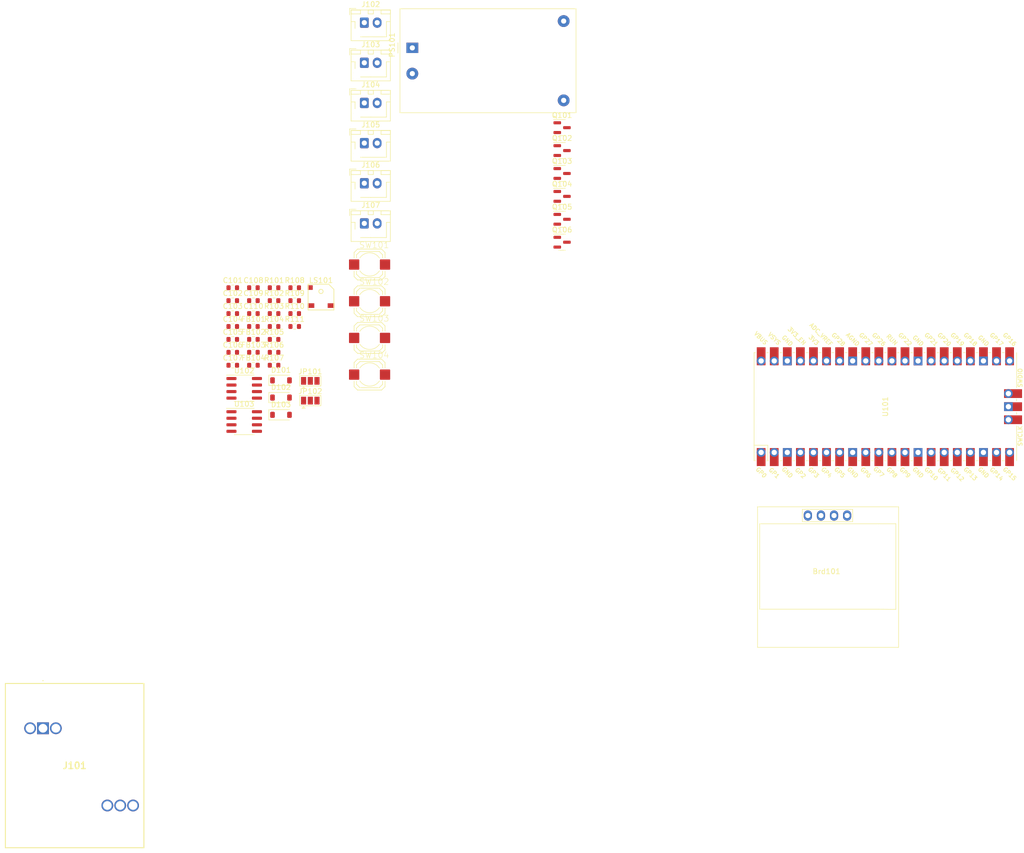
<source format=kicad_pcb>
(kicad_pcb (version 20221018) (generator pcbnew)
  (layers (0 "F.Cu" signal) (31 "B.Cu" signal) (34 "B.Paste" user) (35 "F.Paste" user) (36 "B.SilkS" user "B.Silkscreen") (37 "F.SilkS" user "F.Silkscreen") (38 "B.Mask" user) (39 "F.Mask" user) (44 "Edge.Cuts" user))
  (net 0 "")
  (net 1 "SCREEN_SDA")
  (net 2 "SCREEN_SCL")
  (net 3 "GND")
  (net 4 "+3.3V")
  (net 5 "+5V")
  (net 6 "/TC0+")
  (net 7 "/TC0-")
  (net 8 "/TC1+")
  (net 9 "/TC1-")
  (net 10 "FAN0B")
  (net 11 "FAN1B")
  (net 12 "SPKB")
  (net 13 "/T0+")
  (net 14 "/T1+")
  (net 15 "/T0-")
  (net 16 "/T1-")
  (net 17 "Net-(PS101-AC{slash}L)")
  (net 18 "Net-(PS101-AC{slash}N)")
  (net 19 "SSR0B")
  (net 20 "SSR1B")
  (net 21 "Net-(JP101-C)")
  (net 22 "Net-(JP102-C)")
  (net 23 "PICO_VBUS")
  (net 24 "PICO_VSYS")
  (net 25 "SSR0")
  (net 26 "FAN0")
  (net 27 "SPK")
  (net 28 "SSR1")
  (net 29 "FAN1")
  (net 30 "BTN0")
  (net 31 "BTN2")
  (net 32 "BTN1")
  (net 33 "BTN3")
  (net 34 "PI_TEMP0_~{CS}")
  (net 35 "PI_TEMP1_~{CS}")
  (net 42 "MAX_SCK")
  (net 44 "MAX_SO")
  (footprint "Resistor_SMD:R_0603_1608Metric" (layer "F.Cu") (at 9.525 54.365)
    (fp_text reference "R101" (at 0 -1.43) (layer "F.SilkS"))
    (fp_text value "10K")
    (pad "1" smd roundrect (at -0.825 0) (size 0.8 0.95) (layers "F.Cu" "F.Paste" "F.Mask") (net 30 "BTN0"))
    (pad "2" smd roundrect (at 0.825 0) (size 0.8 0.95) (layers "F.Cu" "F.Paste" "F.Mask") (net 4 "+3.3V"))
  )
  (footprint "Resistor_SMD:R_0603_1608Metric" (layer "F.Cu") (at 5.515 56.875)
    (fp_text reference "C109" (at 0 -1.43) (layer "F.SilkS"))
    (fp_text value "10nF")
    (pad "1" smd roundrect (at -0.825 0) (size 0.8 0.95) (layers "F.Cu" "F.Paste" "F.Mask") (net 6 "/TC0+"))
    (pad "2" smd roundrect (at 0.825 0) (size 0.8 0.95) (layers "F.Cu" "F.Paste" "F.Mask") (net 7 "/TC0-"))
  )
  (footprint "Connector_JST:JST_XH_B2B-XH-AM_1x02_P2.50mm_Vertical" (layer "F.Cu") (at 27.055 41.875)
    (fp_text reference "J107" (at 1.25 -3.55) (layer "F.SilkS"))
    (fp_text value "Temp1")
    (pad "" np_thru_hole circle (at -1.6 2) (size 1.2 1.2) (drill 1.2) (layers "*.Cu" "*.Mask"))
    (pad "1" thru_hole roundrect (at 0 0) (size 1.7 2) (drill 1) (layers "*.Cu" "*.Mask") (roundrect_rratio 0.147059) (net 16 "/T1-"))
    (pad "2" thru_hole oval (at 2.5 0) (size 1.7 2) (drill 1) (layers "*.Cu" "*.Mask") (net 14 "/T1+"))
  )
  (footprint "Library:PassiveBuzzerSMD_JiangsuHuaneng_MLT-5030" (layer "F.Cu") (at 18.64 56.185)
    (fp_text reference "LS101" (at 0 -3.25) (layer "F.SilkS"))
    (fp_text value "Speaker")
    (pad "" smd rect (at -2.1 -1.85) (size 1 0.9) (layers "F.Cu" "F.Paste" "F.Mask"))
    (pad "1" smd rect (at -1.95 1.65) (size 1.3 0.9) (layers "F.Cu" "F.Paste" "F.Mask") (net 4 "+3.3V"))
    (pad "2" smd rect (at 1.95 1.65) (size 1.3 0.9) (layers "F.Cu" "F.Paste" "F.Mask") (net 12 "SPKB"))
  )
  (footprint "Package_TO_SOT_SMD:SOT-23" (layer "F.Cu") (at 65.475 23.275)
    (fp_text reference "Q101" (at 0 -2.4) (layer "F.SilkS"))
    (fp_text value "Q_PMOS_GSD")
    (pad "1" smd roundrect (at -0.9375 -0.95) (size 1.475 0.6) (layers "F.Cu" "F.Paste" "F.Mask") (net 23 "PICO_VBUS"))
    (pad "2" smd roundrect (at -0.9375 0.95) (size 1.475 0.6) (layers "F.Cu" "F.Paste" "F.Mask") (net 24 "PICO_VSYS"))
    (pad "3" smd roundrect (at 0.9375 0) (size 1.475 0.6) (layers "F.Cu" "F.Paste" "F.Mask") (net 5 "+5V"))
  )
  (footprint "Resistor_SMD:R_0603_1608Metric" (layer "F.Cu") (at 1.505 56.875)
    (fp_text reference "C102" (at 0 -1.43) (layer "F.SilkS"))
    (fp_text value "10uF")
    (pad "1" smd roundrect (at -0.825 0) (size 0.8 0.95) (layers "F.Cu" "F.Paste" "F.Mask") (net 4 "+3.3V"))
    (pad "2" smd roundrect (at 0.825 0) (size 0.8 0.95) (layers "F.Cu" "F.Paste" "F.Mask") (net 3 "GND"))
  )
  (footprint "MCU_RaspberryPi_and_Boards:RPi_Pico_SMD_TH" (layer "F.Cu") (at 128.27 77.47 90)
    (fp_text reference "U101" (at 0 0 90) (layer "F.SilkS"))
    (fp_text value "Pico")
    (fp_text user "GND" (at -12.8 -19.05 135) (layer "F.SilkS") (effects (font (size 0.8 0.8))))
    (fp_text user "GP10" (at -13.054 8.89 135) (layer "F.SilkS") (effects (font (size 0.8 0.8))))
    (fp_text user "GP0" (at -12.8 -24.13 135) (layer "F.SilkS") (effects (font (size 0.8 0.8))))
    (fp_text user "RUN" (at 13 1.27 135) (layer "F.SilkS") (effects (font (size 0.8 0.8))))
    (fp_text user "ADC_VREF" (at 14 -12.5 135) (layer "F.SilkS") (effects (font (size 0.8 0.8))))
    (fp_text user "GP5" (at -12.8 -8.89 135) (layer "F.SilkS") (effects (font (size 0.8 0.8))))
    (fp_text user "GND" (at 12.8 19.05 135) (layer "F.SilkS") (effects (font (size 0.8 0.8))))
    (fp_text user "SWDIO" (at 5.6 26.2 90) (layer "F.SilkS") (effects (font (size 0.8 0.8))))
    (fp_text user "GP6" (at -12.8 -3.81 135) (layer "F.SilkS") (effects (font (size 0.8 0.8))))
    (fp_text user "GP18" (at 13.054 16.51 135) (layer "F.SilkS") (effects (font (size 0.8 0.8))))
    (fp_text user "GND" (at 12.8 -19.05 135) (layer "F.SilkS") (effects (font (size 0.8 0.8))))
    (fp_text user "GP21" (at 13.054 8.9 135) (layer "F.SilkS") (effects (font (size 0.8 0.8))))
    (fp_text user "GP22" (at 13.054 3.81 135) (layer "F.SilkS") (effects (font (size 0.8 0.8))))
    (fp_text user "GND" (at -12.8 19.05 135) (layer "F.SilkS") (effects (font (size 0.8 0.8))))
    (fp_text user "GP7" (at -12.7 -1.3 135) (layer "F.SilkS") (effects (font (size 0.8 0.8))))
    (fp_text user "GP17" (at 13.054 21.59 135) (layer "F.SilkS") (effects (font (size 0.8 0.8))))
    (fp_text user "GP12" (at -13.2 13.97 135) (layer "F.SilkS") (effects (font (size 0.8 0.8))))
    (fp_text user "GP2" (at -12.9 -16.51 135) (layer "F.SilkS") (effects (font (size 0.8 0.8))))
    (fp_text user "GP27" (at 13.054 -3.8 135) (layer "F.SilkS") (effects (font (size 0.8 0.8))))
    (fp_text user "SWCLK" (at -5.7 26.2 90) (layer "F.SilkS") (effects (font (size 0.8 0.8))))
    (fp_text user "VSYS" (at 13.2 -21.59 135) (layer "F.SilkS") (effects (font (size 0.8 0.8))))
    (fp_text user "GP3" (at -12.8 -13.97 135) (layer "F.SilkS") (effects (font (size 0.8 0.8))))
    (fp_text user "GP19" (at 13.054 13.97 135) (layer "F.SilkS") (effects (font (size 0.8 0.8))))
    (fp_text user "GND" (at -12.8 -6.35 135) (layer "F.SilkS") (effects (font (size 0.8 0.8))))
    (fp_text user "GP4" (at -12.8 -11.43 135) (layer "F.SilkS") (effects (font (size 0.8 0.8))))
    (fp_text user "GND" (at -12.8 6.35 135) (layer "F.SilkS") (effects (font (size 0.8 0.8))))
    (fp_text user "GP15" (at -13.054 24.13 135) (layer "F.SilkS") (effects (font (size 0.8 0.8))))
    (fp_text user "GP9" (at -12.8 3.81 135) (layer "F.SilkS") (effects (font (size 0.8 0.8))))
    (fp_text user "GP26" (at 13.054 -1.27 135) (layer "F.SilkS") (effects (font (size 0.8 0.8))))
    (fp_text user "3V3_EN" (at 13.7 -17.2 135) (layer "F.SilkS") (effects (font (size 0.8 0.8))))
    (fp_text user "GP16" (at 13.054 24.13 135) (layer "F.SilkS") (effects (font (size 0.8 0.8))))
    (fp_text user "GP28" (at 13.054 -9.144 135) (layer "F.SilkS") (effects (font (size 0.8 0.8))))
    (fp_text user "AGND" (at 13.054 -6.35 135) (layer "F.SilkS") (effects (font (size 0.8 0.8))))
    (fp_text user "GP11" (at -13.2 11.43 135) (layer "F.SilkS") (effects (font (size 0.8 0.8))))
    (fp_text user "GP14" (at -13.1 21.59 135) (layer "F.SilkS") (effects (font (size 0.8 0.8))))
    (fp_text user "VBUS" (at 13.3 -24.2 135) (layer "F.SilkS") (effects (font (size 0.8 0.8))))
    (fp_text user "GP13" (at -13.054 16.51 135) (layer "F.SilkS") (effects (font (size 0.8 0.8))))
    (fp_text user "GP1" (at -12.9 -21.6 135) (layer "F.SilkS") (effects (font (size 0.8 0.8))))
    (fp_text user "GP20" (at 13.054 11.43 135) (layer "F.SilkS") (effects (font (size 0.8 0.8))))
    (fp_text user "GP8" (at -12.8 1.27 135) (layer "F.SilkS") (effects (font (size 0.8 0.8))))
    (fp_text user "GND" (at 12.8 6.35 135) (layer "F.SilkS") (effects (font (size 0.8 0.8))))
    (fp_text user "3V3" (at 12.9 -13.9 135) (layer "F.SilkS") (effects (font (size 0.8 0.8))))
    (pad "" np_thru_hole oval (at -2.725 -24 90) (size 1.8 1.8) (drill 1.8) (layers "*.Cu" "*.Mask"))
    (pad "" np_thru_hole oval (at -2.425 -20.97 90) (size 1.5 1.5) (drill 1.5) (layers "*.Cu" "*.Mask"))
    (pad "" np_thru_hole oval (at 2.425 -20.97 90) (size 1.5 1.5) (drill 1.5) (layers "*.Cu" "*.Mask"))
    (pad "" np_thru_hole oval (at 2.725 -24 90) (size 1.8 1.8) (drill 1.8) (layers "*.Cu" "*.Mask"))
    (pad "1" thru_hole oval (at -8.89 -24.13 90) (size 1.7 1.7) (drill 1.02) (layers "*.Cu" "*.Mask"))
    (pad "1" smd rect (at -8.89 -24.13 90) (size 3.5 1.7) (drill (offset -0.9 0)) (layers "F.Cu" "F.Mask"))
    (pad "2" thru_hole oval (at -8.89 -21.59 90) (size 1.7 1.7) (drill 1.02) (layers "*.Cu" "*.Mask"))
    (pad "2" smd rect (at -8.89 -21.59 90) (size 3.5 1.7) (drill (offset -0.9 0)) (layers "F.Cu" "F.Mask"))
    (pad "3" thru_hole rect (at -8.89 -19.05 90) (size 1.7 1.7) (drill 1.02) (layers "*.Cu" "*.Mask"))
    (pad "3" smd rect (at -8.89 -19.05 90) (size 3.5 1.7) (drill (offset -0.9 0)) (layers "F.Cu" "F.Mask"))
    (pad "4" thru_hole oval (at -8.89 -16.51 90) (size 1.7 1.7) (drill 1.02) (layers "*.Cu" "*.Mask") (net 1 "SCREEN_SDA"))
    (pad "4" smd rect (at -8.89 -16.51 90) (size 3.5 1.7) (drill (offset -0.9 0)) (layers "F.Cu" "F.Mask") (net 1 "SCREEN_SDA"))
    (pad "5" thru_hole oval (at -8.89 -13.97 90) (size 1.7 1.7) (drill 1.02) (layers "*.Cu" "*.Mask") (net 2 "SCREEN_SCL"))
    (pad "5" smd rect (at -8.89 -13.97 90) (size 3.5 1.7) (drill (offset -0.9 0)) (layers "F.Cu" "F.Mask") (net 2 "SCREEN_SCL"))
    (pad "6" thru_hole oval (at -8.89 -11.43 90) (size 1.7 1.7) (drill 1.02) (layers "*.Cu" "*.Mask"))
    (pad "6" smd rect (at -8.89 -11.43 90) (size 3.5 1.7) (drill (offset -0.9 0)) (layers "F.Cu" "F.Mask"))
    (pad "7" thru_hole oval (at -8.89 -8.89 90) (size 1.7 1.7) (drill 1.02) (layers "*.Cu" "*.Mask"))
    (pad "7" smd rect (at -8.89 -8.89 90) (size 3.5 1.7) (drill (offset -0.9 0)) (layers "F.Cu" "F.Mask"))
    (pad "8" thru_hole rect (at -8.89 -6.35 90) (size 1.7 1.7) (drill 1.02) (layers "*.Cu" "*.Mask"))
    (pad "8" smd rect (at -8.89 -6.35 90) (size 3.5 1.7) (drill (offset -0.9 0)) (layers "F.Cu" "F.Mask"))
    (pad "9" thru_hole oval (at -8.89 -3.81 90) (size 1.7 1.7) (drill 1.02) (layers "*.Cu" "*.Mask") (net 42 "MAX_SCK"))
    (pad "9" smd rect (at -8.89 -3.81 90) (size 3.5 1.7) (drill (offset -0.9 0)) (layers "F.Cu" "F.Mask") (net 42 "MAX_SCK"))
    (pad "10" thru_hole oval (at -8.89 -1.27 90) (size 1.7 1.7) (drill 1.02) (layers "*.Cu" "*.Mask"))
    (pad "10" smd rect (at -8.89 -1.27 90) (size 3.5 1.7) (drill (offset -0.9 0)) (layers "F.Cu" "F.Mask"))
    (pad "11" thru_hole oval (at -8.89 1.27 90) (size 1.7 1.7) (drill 1.02) (layers "*.Cu" "*.Mask") (net 44 "MAX_SO"))
    (pad "11" smd rect (at -8.89 1.27 90) (size 3.5 1.7) (drill (offset -0.9 0)) (layers "F.Cu" "F.Mask") (net 44 "MAX_SO"))
    (pad "12" thru_hole oval (at -8.89 3.81 90) (size 1.7 1.7) (drill 1.02) (layers "*.Cu" "*.Mask"))
    (pad "12" smd rect (at -8.89 3.81 90) (size 3.5 1.7) (drill (offset -0.9 0)) (layers "F.Cu" "F.Mask"))
    (pad "13" thru_hole rect (at -8.89 6.35 90) (size 1.7 1.7) (drill 1.02) (layers "*.Cu" "*.Mask"))
    (pad "13" smd rect (at -8.89 6.35 90) (size 3.5 1.7) (drill (offset -0.9 0)) (layers "F.Cu" "F.Mask"))
    (pad "14" thru_hole oval (at -8.89 8.89 90) (size 1.7 1.7) (drill 1.02) (layers "*.Cu" "*.Mask") (net 34 "PI_TEMP0_~{CS}"))
    (pad "14" smd rect (at -8.89 8.89 90) (size 3.5 1.7) (drill (offset -0.9 0)) (layers "F.Cu" "F.Mask") (net 34 "PI_TEMP0_~{CS}"))
    (pad "15" thru_hole oval (at -8.89 11.43 90) (size 1.7 1.7) (drill 1.02) (layers "*.Cu" "*.Mask") (net 35 "PI_TEMP1_~{CS}"))
    (pad "15" smd rect (at -8.89 11.43 90) (size 3.5 1.7) (drill (offset -0.9 0)) (layers "F.Cu" "F.Mask") (net 35 "PI_TEMP1_~{CS}"))
    (pad "16" thru_hole oval (at -8.89 13.97 90) (size 1.7 1.7) (drill 1.02) (layers "*.Cu" "*.Mask") (net 30 "BTN0"))
    (pad "16" smd rect (at -8.89 13.97 90) (size 3.5 1.7) (drill (offset -0.9 0)) (layers "F.Cu" "F.Mask") (net 30 "BTN0"))
    (pad "17" thru_hole oval (at -8.89 16.51 90) (size 1.7 1.7) (drill 1.02) (layers "*.Cu" "*.Mask") (net 32 "BTN1"))
    (pad "17" smd rect (at -8.89 16.51 90) (size 3.5 1.7) (drill (offset -0.9 0)) (layers "F.Cu" "F.Mask") (net 32 "BTN1"))
    (pad "18" thru_hole rect (at -8.89 19.05 90) (size 1.7 1.7) (drill 1.02) (layers "*.Cu" "*.Mask"))
    (pad "18" smd rect (at -8.89 19.05 90) (size 3.5 1.7) (drill (offset -0.9 0)) (layers "F.Cu" "F.Mask"))
    (pad "19" thru_hole oval (at -8.89 21.59 90) (size 1.7 1.7) (drill 1.02) (layers "*.Cu" "*.Mask") (net 31 "BTN2"))
    (pad "19" smd rect (at -8.89 21.59 90) (size 3.5 1.7) (drill (offset -0.9 0)) (layers "F.Cu" "F.Mask") (net 31 "BTN2"))
    (pad "20" thru_hole oval (at -8.89 24.13 90) (size 1.7 1.7) (drill 1.02) (layers "*.Cu" "*.Mask") (net 33 "BTN3"))
    (pad "20" smd rect (at -8.89 24.13 90) (size 3.5 1.7) (drill (offset -0.9 0)) (layers "F.Cu" "F.Mask") (net 33 "BTN3"))
    (pad "21" thru_hole oval (at 8.89 24.13 90) (size 1.7 1.7) (drill 1.02) (layers "*.Cu" "*.Mask") (net 27 "SPK"))
    (pad "21" smd rect (at 8.89 24.13 90) (size 3.5 1.7) (drill (offset 0.9 0)) (layers "F.Cu" "F.Mask") (net 27 "SPK"))
    (pad "22" thru_hole oval (at 8.89 21.59 90) (size 1.7 1.7) (drill 1.02) (layers "*.Cu" "*.Mask"))
    (pad "22" smd rect (at 8.89 21.59 90) (size 3.5 1.7) (drill (offset 0.9 0)) (layers "F.Cu" "F.Mask"))
    (pad "23" thru_hole rect (at 8.89 19.05 90) (size 1.7 1.7) (drill 1.02) (layers "*.Cu" "*.Mask"))
    (pad "23" smd rect (at 8.89 19.05 90) (size 3.5 1.7) (drill (offset 0.9 0)) (layers "F.Cu" "F.Mask"))
    (pad "24" thru_hole oval (at 8.89 16.51 90) (size 1.7 1.7) (drill 1.02) (layers "*.Cu" "*.Mask") (net 25 "SSR0"))
    (pad "24" smd rect (at 8.89 16.51 90) (size 3.5 1.7) (drill (offset 0.9 0)) (layers "F.Cu" "F.Mask") (net 25 "SSR0"))
    (pad "25" thru_hole oval (at 8.89 13.97 90) (size 1.7 1.7) (drill 1.02) (layers "*.Cu" "*.Mask") (net 28 "SSR1"))
    (pad "25" smd rect (at 8.89 13.97 90) (size 3.5 1.7) (drill (offset 0.9 0)) (layers "F.Cu" "F.Mask") (net 28 "SSR1"))
    (pad "26" thru_hole oval (at 8.89 11.43 90) (size 1.7 1.7) (drill 1.02) (layers "*.Cu" "*.Mask") (net 26 "FAN0"))
    (pad "26" smd rect (at 8.89 11.43 90) (size 3.5 1.7) (drill (offset 0.9 0)) (layers "F.Cu" "F.Mask") (net 26 "FAN0"))
    (pad "27" thru_hole oval (at 8.89 8.89 90) (size 1.7 1.7) (drill 1.02) (layers "*.Cu" "*.Mask") (net 29 "FAN1"))
    (pad "27" smd rect (at 8.89 8.89 90) (size 3.5 1.7) (drill (offset 0.9 0)) (layers "F.Cu" "F.Mask") (net 29 "FAN1"))
    (pad "28" thru_hole rect (at 8.89 6.35 90) (size 1.7 1.7) (drill 1.02) (layers "*.Cu" "*.Mask"))
    (pad "28" smd rect (at 8.89 6.35 90) (size 3.5 1.7) (drill (offset 0.9 0)) (layers "F.Cu" "F.Mask"))
    (pad "29" thru_hole oval (at 8.89 3.81 90) (size 1.7 1.7) (drill 1.02) (layers "*.Cu" "*.Mask"))
    (pad "29" smd rect (at 8.89 3.81 90) (size 3.5 1.7) (drill (offset 0.9 0)) (layers "F.Cu" "F.Mask"))
    (pad "30" thru_hole oval (at 8.89 1.27 90) (size 1.7 1.7) (drill 1.02) (layers "*.Cu" "*.Mask"))
    (pad "30" smd rect (at 8.89 1.27 90) (size 3.5 1.7) (drill (offset 0.9 0)) (layers "F.Cu" "F.Mask"))
    (pad "31" thru_hole oval (at 8.89 -1.27 90) (size 1.7 1.7) (drill 1.02) (layers "*.Cu" "*.Mask"))
    (pad "31" smd rect (at 8.89 -1.27 90) (size 3.5 1.7) (drill (offset 0.9 0)) (layers "F.Cu" "F.Mask"))
    (pad "32" thru_hole oval (at 8.89 -3.81 90) (size 1.7 1.7) (drill 1.02) (layers "*.Cu" "*.Mask"))
    (pad "32" smd rect (at 8.89 -3.81 90) (size 3.5 1.7) (drill (offset 0.9 0)) (layers "F.Cu" "F.Mask"))
    (pad "33" thru_hole rect (at 8.89 -6.35 90) (size 1.7 1.7) (drill 1.02) (layers "*.Cu" "*.Mask"))
    (pad "33" smd rect (at 8.89 -6.35 90) (size 3.5 1.7) (drill (offset 0.9 0)) (layers "F.Cu" "F.Mask"))
    (pad "34" thru_hole oval (at 8.89 -8.89 90) (size 1.7 1.7) (drill 1.02) (layers "*.Cu" "*.Mask"))
    (pad "34" smd rect (at 8.89 -8.89 90) (size 3.5 1.7) (drill (offset 0.9 0)) (layers "F.Cu" "F.Mask"))
    (pad "35" thru_hole oval (at 8.89 -11.43 90) (size 1.7 1.7) (drill 1.02) (layers "*.Cu" "*.Mask"))
    (pad "35" smd rect (at 8.89 -11.43 90) (size 3.5 1.7) (drill (offset 0.9 0)) (layers "F.Cu" "F.Mask"))
    (pad "36" thru_hole oval (at 8.89 -13.97 90) (size 1.7 1.7) (drill 1.02) (layers "*.Cu" "*.Mask") (net 4 "+3.3V"))
    (pad "36" smd rect (at 8.89 -13.97 90) (size 3.5 1.7) (drill (offset 0.9 0)) (layers "F.Cu" "F.Mask") (net 4 "+3.3V"))
    (pad "37" thru_hole oval (at 8.89 -16.51 90) (size 1.7 1.7) (drill 1.02) (layers "*.Cu" "*.Mask"))
    (pad "37" smd rect (at 8.89 -16.51 90) (size 3.5 1.7) (drill (offset 0.9 0)) (layers "F.Cu" "F.Mask"))
    (pad "38" thru_hole rect (at 8.89 -19.05 90) (size 1.7 1.7) (drill 1.02) (layers "*.Cu" "*.Mask"))
    (pad "38" smd rect (at 8.89 -19.05 90) (size 3.5 1.7) (drill (offset 0.9 0)) (layers "F.Cu" "F.Mask"))
    (pad "39" thru_hole oval (at 8.89 -21.59 90) (size 1.7 1.7) (drill 1.02) (layers "*.Cu" "*.Mask") (net 24 "PICO_VSYS"))
    (pad "39" smd rect (at 8.89 -21.59 90) (size 3.5 1.7) (drill (offset 0.9 0)) (layers "F.Cu" "F.Mask") (net 24 "PICO_VSYS"))
    (pad "40" thru_hole oval (at 8.89 -24.13 90) (size 1.7 1.7) (drill 1.02) (layers "*.Cu" "*.Mask") (net 23 "PICO_VBUS"))
    (pad "40" smd rect (at 8.89 -24.13 90) (size 3.5 1.7) (drill (offset 0.9 0)) (layers "F.Cu" "F.Mask") (net 23 "PICO_VBUS"))
    (pad "41" thru_hole oval (at -2.54 23.9 90) (size 1.7 1.7) (drill 1.02) (layers "*.Cu" "*.Mask"))
    (pad "41" smd rect (at -2.54 23.9 180) (size 3.5 1.7) (drill (offset -0.9 0)) (layers "F.Cu" "F.Mask"))
    (pad "42" thru_hole rect (at 0 23.9 90) (size 1.7 1.7) (drill 1.02) (layers "*.Cu" "*.Mask"))
    (pad "42" smd rect (at 0 23.9 180) (size 3.5 1.7) (drill (offset -0.9 0)) (layers "F.Cu" "F.Mask"))
    (pad "43" thru_hole oval (at 2.54 23.9 90) (size 1.7 1.7) (drill 1.02) (layers "*.Cu" "*.Mask"))
    (pad "43" smd rect (at 2.54 23.9 180) (size 3.5 1.7) (drill (offset -0.9 0)) (layers "F.Cu" "F.Mask"))
  )
  (footprint "Package_SO:SOIC-8_3.9x4.9mm_P1.27mm" (layer "F.Cu") (at 3.725 73.905)
    (fp_text reference "U102" (at 0 -3.4) (layer "F.SilkS"))
    (fp_text value "MAX31855KASA+T")
    (pad "1" smd roundrect (at -2.475 -1.905) (size 1.95 0.6) (layers "F.Cu" "F.Paste" "F.Mask") (net 3 "GND"))
    (pad "2" smd roundrect (at -2.475 -0.635) (size 1.95 0.6) (layers "F.Cu" "F.Paste" "F.Mask") (net 7 "/TC0-"))
    (pad "3" smd roundrect (at -2.475 0.635) (size 1.95 0.6) (layers "F.Cu" "F.Paste" "F.Mask") (net 6 "/TC0+"))
    (pad "4" smd roundrect (at -2.475 1.905) (size 1.95 0.6) (layers "F.Cu" "F.Paste" "F.Mask") (net 4 "+3.3V"))
    (pad "5" smd roundrect (at 2.475 1.905) (size 1.95 0.6) (layers "F.Cu" "F.Paste" "F.Mask") (net 42 "MAX_SCK"))
    (pad "6" smd roundrect (at 2.475 0.635) (size 1.95 0.6) (layers "F.Cu" "F.Paste" "F.Mask") (net 34 "PI_TEMP0_~{CS}"))
    (pad "7" smd roundrect (at 2.475 -0.635) (size 1.95 0.6) (layers "F.Cu" "F.Paste" "F.Mask") (net 44 "MAX_SO"))
    (pad "8" smd roundrect (at 2.475 -1.905) (size 1.95 0.6) (layers "F.Cu" "F.Paste" "F.Mask"))
  )
  (footprint "Resistor_SMD:R_0603_1608Metric" (layer "F.Cu") (at 5.515 64.405)
    (fp_text reference "FB102" (at 0 -1.43) (layer "F.SilkS"))
    (fp_text value "BLM18PG471")
    (pad "1" smd roundrect (at -0.825 0) (size 0.8 0.95) (layers "F.Cu" "F.Paste" "F.Mask") (net 8 "/TC1+"))
    (pad "2" smd roundrect (at 0.825 0) (size 0.8 0.95) (layers "F.Cu" "F.Paste" "F.Mask") (net 14 "/T1+"))
  )
  (footprint "Resistor_SMD:R_0603_1608Metric" (layer "F.Cu") (at 13.535 61.895)
    (fp_text reference "R111" (at 0 -1.43) (layer "F.SilkS"))
    (fp_text value "10K")
    (pad "1" smd roundrect (at -0.825 0) (size 0.8 0.95) (layers "F.Cu" "F.Paste" "F.Mask") (net 35 "PI_TEMP1_~{CS}"))
    (pad "2" smd roundrect (at 0.825 0) (size 0.8 0.95) (layers "F.Cu" "F.Paste" "F.Mask") (net 4 "+3.3V"))
  )
  (footprint "Resistor_SMD:R_0603_1608Metric" (layer "F.Cu") (at 9.525 61.895)
    (fp_text reference "R104" (at 0 -1.43) (layer "F.SilkS"))
    (fp_text value "10K")
    (pad "1" smd roundrect (at -0.825 0) (size 0.8 0.95) (layers "F.Cu" "F.Paste" "F.Mask") (net 3 "GND"))
    (pad "2" smd roundrect (at 0.825 0) (size 0.8 0.95) (layers "F.Cu" "F.Paste" "F.Mask") (net 26 "FAN0"))
  )
  (footprint "Resistor_SMD:R_0603_1608Metric" (layer "F.Cu") (at 1.505 54.365)
    (fp_text reference "C101" (at 0 -1.43) (layer "F.SilkS"))
    (fp_text value "10uF")
    (pad "1" smd roundrect (at -0.825 0) (size 0.8 0.95) (layers "F.Cu" "F.Paste" "F.Mask") (net 4 "+3.3V"))
    (pad "2" smd roundrect (at 0.825 0) (size 0.8 0.95) (layers "F.Cu" "F.Paste" "F.Mask") (net 3 "GND"))
  )
  (footprint "Package_TO_SOT_SMD:SOT-23" (layer "F.Cu") (at 65.475 36.625)
    (fp_text reference "Q104" (at 0 -2.4) (layer "F.SilkS"))
    (fp_text value "IRLML2502")
    (pad "1" smd roundrect (at -0.9375 -0.95) (size 1.475 0.6) (layers "F.Cu" "F.Paste" "F.Mask") (net 27 "SPK"))
    (pad "2" smd roundrect (at -0.9375 0.95) (size 1.475 0.6) (layers "F.Cu" "F.Paste" "F.Mask") (net 3 "GND"))
    (pad "3" smd roundrect (at 0.9375 0) (size 1.475 0.6) (layers "F.Cu" "F.Paste" "F.Mask") (net 12 "SPKB"))
  )
  (footprint "Resistor_SMD:R_0603_1608Metric" (layer "F.Cu") (at 5.515 66.915)
    (fp_text reference "FB103" (at 0 -1.43) (layer "F.SilkS"))
    (fp_text value "BLM18PG471")
    (pad "1" smd roundrect (at -0.825 0) (size 0.8 0.95) (layers "F.Cu" "F.Paste" "F.Mask") (net 15 "/T0-"))
    (pad "2" smd roundrect (at 0.825 0) (size 0.8 0.95) (layers "F.Cu" "F.Paste" "F.Mask") (net 7 "/TC0-"))
  )
  (footprint "Connector_JST:JST_XH_B2B-XH-AM_1x02_P2.50mm_Vertical" (layer "F.Cu") (at 27.055 34.075)
    (fp_text reference "J106" (at 1.25 -3.55) (layer "F.SilkS"))
    (fp_text value "Temp0")
    (pad "" np_thru_hole circle (at -1.6 2) (size 1.2 1.2) (drill 1.2) (layers "*.Cu" "*.Mask"))
    (pad "1" thru_hole roundrect (at 0 0) (size 1.7 2) (drill 1) (layers "*.Cu" "*.Mask") (roundrect_rratio 0.147059) (net 15 "/T0-"))
    (pad "2" thru_hole oval (at 2.5 0) (size 1.7 2) (drill 1) (layers "*.Cu" "*.Mask") (net 13 "/T0+"))
  )
  (footprint "Diode_SMD:D_SOD-123" (layer "F.Cu") (at 10.87 72.355)
    (fp_text reference "D101" (at 0 -2) (layer "F.SilkS"))
    (fp_text value "1N4148W")
    (pad "1" smd roundrect (at -1.65 0) (size 0.9 1.2) (layers "F.Cu" "F.Paste" "F.Mask") (net 5 "+5V"))
    (pad "2" smd roundrect (at 1.65 0) (size 0.9 1.2) (layers "F.Cu" "F.Paste" "F.Mask") (net 10 "FAN0B"))
  )
  (footprint "Resistor_SMD:R_0603_1608Metric" (layer "F.Cu") (at 13.535 59.385)
    (fp_text reference "R110" (at 0 -1.43) (layer "F.SilkS"))
    (fp_text value "10K")
    (pad "1" smd roundrect (at -0.825 0) (size 0.8 0.95) (layers "F.Cu" "F.Paste" "F.Mask") (net 34 "PI_TEMP0_~{CS}"))
    (pad "2" smd roundrect (at 0.825 0) (size 0.8 0.95) (layers "F.Cu" "F.Paste" "F.Mask") (net 4 "+3.3V"))
  )
  (footprint "Resistor_SMD:R_0603_1608Metric" (layer "F.Cu") (at 5.515 54.365)
    (fp_text reference "C108" (at 0 -1.43) (layer "F.SilkS"))
    (fp_text value "10uF")
    (pad "1" smd roundrect (at -0.825 0) (size 0.8 0.95) (layers "F.Cu" "F.Paste" "F.Mask") (net 4 "+3.3V"))
    (pad "2" smd roundrect (at 0.825 0) (size 0.8 0.95) (layers "F.Cu" "F.Paste" "F.Mask") (net 3 "GND"))
  )
  (footprint "Resistor_SMD:R_0603_1608Metric" (layer "F.Cu") (at 5.515 61.895)
    (fp_text reference "FB101" (at 0 -1.43) (layer "F.SilkS"))
    (fp_text value "BLM18PG471")
    (pad "1" smd roundrect (at -0.825 0) (size 0.8 0.95) (layers "F.Cu" "F.Paste" "F.Mask") (net 6 "/TC0+"))
    (pad "2" smd roundrect (at 0.825 0) (size 0.8 0.95) (layers "F.Cu" "F.Paste" "F.Mask") (net 13 "/T0+"))
  )
  (footprint "Resistor_SMD:R_0603_1608Metric" (layer "F.Cu") (at 1.505 59.385)
    (fp_text reference "C103" (at 0 -1.43) (layer "F.SilkS"))
    (fp_text value "10uF")
    (pad "1" smd roundrect (at -0.825 0) (size 0.8 0.95) (layers "F.Cu" "F.Paste" "F.Mask") (net 5 "+5V"))
    (pad "2" smd roundrect (at 0.825 0) (size 0.8 0.95) (layers "F.Cu" "F.Paste" "F.Mask") (net 3 "GND"))
  )
  (footprint "Resistor_SMD:R_0603_1608Metric" (layer "F.Cu") (at 9.525 59.385)
    (fp_text reference "R103" (at 0 -1.43) (layer "F.SilkS"))
    (fp_text value "10K")
    (pad "1" smd roundrect (at -0.825 0) (size 0.8 0.95) (layers "F.Cu" "F.Paste" "F.Mask") (net 3 "GND"))
    (pad "2" smd roundrect (at 0.825 0) (size 0.8 0.95) (layers "F.Cu" "F.Paste" "F.Mask") (net 25 "SSR0"))
  )
  (footprint "Package_TO_SOT_SMD:SOT-23" (layer "F.Cu") (at 65.475 41.075)
    (fp_text reference "Q105" (at 0 -2.4) (layer "F.SilkS"))
    (fp_text value "IRLML2502")
    (pad "1" smd roundrect (at -0.9375 -0.95) (size 1.475 0.6) (layers "F.Cu" "F.Paste" "F.Mask") (net 28 "SSR1"))
    (pad "2" smd roundrect (at -0.9375 0.95) (size 1.475 0.6) (layers "F.Cu" "F.Paste" "F.Mask") (net 3 "GND"))
    (pad "3" smd roundrect (at 0.9375 0) (size 1.475 0.6) (layers "F.Cu" "F.Paste" "F.Mask") (net 20 "SSR1B"))
  )
  (footprint "Unshareable:1333870" (layer "F.Cu") (at -35.36 139.94)
    (fp_text reference "J101" (at 6.15 7.25) (layer "F.SilkS") (effects (font (size 1.27 1.27) (thickness 0.254))))
    (fp_text value "1333870" hide)
    (pad "1" thru_hole rect (at 0 0) (size 2.3 2.3) (drill 1.7) (layers "*.Cu" "*.Mask") (net 17 "Net-(PS101-AC{slash}L)"))
    (pad "2" thru_hole circle (at 15 15) (size 2.3 2.3) (drill 1.7) (layers "*.Cu" "*.Mask") (net 18 "Net-(PS101-AC{slash}N)"))
    (pad "3" thru_hole circle (at -2.5 0) (size 2.3 2.3) (drill 1.7) (layers "*.Cu" "*.Mask") (net 17 "Net-(PS101-AC{slash}L)"))
    (pad "4" thru_hole circle (at 12.5 15) (size 2.3 2.3) (drill 1.7) (layers "*.Cu" "*.Mask") (net 18 "Net-(PS101-AC{slash}N)"))
    (pad "5" thru_hole circle (at 2.5 0) (size 2.3 2.3) (drill 1.7) (layers "*.Cu" "*.Mask") (net 17 "Net-(PS101-AC{slash}L)"))
    (pad "6" thru_hole circle (at 17.5 15) (size 2.3 2.3) (drill 1.7) (layers "*.Cu" "*.Mask") (net 18 "Net-(PS101-AC{slash}N)"))
  )
  (footprint "Resistor_SMD:R_0603_1608Metric" (layer "F.Cu") (at 5.515 69.425)
    (fp_text reference "FB104" (at 0 -1.43) (layer "F.SilkS"))
    (fp_text value "BLM18PG471")
    (pad "1" smd roundrect (at -0.825 0) (size 0.8 0.95) (layers "F.Cu" "F.Paste" "F.Mask") (net 16 "/T1-"))
    (pad "2" smd roundrect (at 0.825 0) (size 0.8 0.95) (layers "F.Cu" "F.Paste" "F.Mask") (net 9 "/TC1-"))
  )
  (footprint "Package_TO_SOT_SMD:SOT-23" (layer "F.Cu") (at 65.475 27.725)
    (fp_text reference "Q102" (at 0 -2.4) (layer "F.SilkS"))
    (fp_text value "IRLML2502")
    (pad "1" smd roundrect (at -0.9375 -0.95) (size 1.475 0.6) (layers "F.Cu" "F.Paste" "F.Mask") (net 25 "SSR0"))
    (pad "2" smd roundrect (at -0.9375 0.95) (size 1.475 0.6) (layers "F.Cu" "F.Paste" "F.Mask") (net 3 "GND"))
    (pad "3" smd roundrect (at 0.9375 0) (size 1.475 0.6) (layers "F.Cu" "F.Paste" "F.Mask") (net 19 "SSR0B"))
  )
  (footprint "Resistor_SMD:R_0603_1608Metric" (layer "F.Cu") (at 13.535 56.875)
    (fp_text reference "R109" (at 0 -1.43) (layer "F.SilkS"))
    (fp_text value "10K")
    (pad "1" smd roundrect (at -0.825 0) (size 0.8 0.95) (layers "F.Cu" "F.Paste" "F.Mask") (net 3 "GND"))
    (pad "2" smd roundrect (at 0.825 0) (size 0.8 0.95) (layers "F.Cu" "F.Paste" "F.Mask") (net 29 "FAN1"))
  )
  (footprint "Resistor_SMD:R_0603_1608Metric" (layer "F.Cu") (at 1.505 69.425)
    (fp_text reference "C107" (at 0 -1.43) (layer "F.SilkS"))
    (fp_text value "10uF")
    (pad "1" smd roundrect (at -0.825 0) (size 0.8 0.95) (layers "F.Cu" "F.Paste" "F.Mask") (net 4 "+3.3V"))
    (pad "2" smd roundrect (at 0.825 0) (size 0.8 0.95) (layers "F.Cu" "F.Paste" "F.Mask") (net 3 "GND"))
  )
  (footprint "Resistor_SMD:R_0603_1608Metric" (layer "F.Cu") (at 9.525 56.875)
    (fp_text reference "R102" (at 0 -1.43) (layer "F.SilkS"))
    (fp_text value "10K")
    (pad "1" smd roundrect (at -0.825 0) (size 0.8 0.95) (layers "F.Cu" "F.Paste" "F.Mask") (net 31 "BTN2"))
    (pad "2" smd roundrect (at 0.825 0) (size 0.8 0.95) (layers "F.Cu" "F.Paste" "F.Mask") (net 4 "+3.3V"))
  )
  (footprint "silicone_btn:BUTTON_SILICON" (layer "F.Cu") (at 28.08 71.2445)
    (fp_text reference "SW104" (at -2.0828 -3.7846 -180) (layer "F.SilkS") (effects (font (size 1.176528 1.176528) (thickness 0.093472)) (justify left)))
    (fp_text value "SW_Push" hide)
    (pad "1" smd roundrect (at -3 0) (size 2 2) (layers "F.Cu" "F.Paste" "F.Mask") (roundrect_rratio 0.0635) (net 3 "GND"))
    (pad "2" smd roundrect (at 3 0) (size 2 2) (layers "F.Cu" "F.Paste" "F.Mask") (roundrect_rratio 0.0635) (net 33 "BTN3"))
  )
  (footprint "Resistor_SMD:R_0603_1608Metric" (layer "F.Cu") (at 9.525 66.915)
    (fp_text reference "R106" (at 0 -1.43) (layer "F.SilkS"))
    (fp_text value "10K")
    (pad "1" smd roundrect (at -0.825 0) (size 0.8 0.95) (layers "F.Cu" "F.Paste" "F.Mask") (net 32 "BTN1"))
    (pad "2" smd roundrect (at 0.825 0) (size 0.8 0.95) (layers "F.Cu" "F.Paste" "F.Mask") (net 4 "+3.3V"))
  )
  (footprint "Package_TO_SOT_SMD:SOT-23" (layer "F.Cu") (at 65.475 45.525)
    (fp_text reference "Q106" (at 0 -2.4) (layer "F.SilkS"))
    (fp_text value "IRLML2502")
    (pad "1" smd roundrect (at -0.9375 -0.95) (size 1.475 0.6) (layers "F.Cu" "F.Paste" "F.Mask") (net 29 "FAN1"))
    (pad "2" smd roundrect (at -0.9375 0.95) (size 1.475 0.6) (layers "F.Cu" "F.Paste" "F.Mask") (net 3 "GND"))
    (pad "3" smd roundrect (at 0.9375 0) (size 1.475 0.6) (layers "F.Cu" "F.Paste" "F.Mask") (net 11 "FAN1B"))
  )
  (footprint "Connector_JST:JST_XH_B2B-XH-AM_1x02_P2.50mm_Vertical" (layer "F.Cu") (at 27.055 2.875)
    (fp_text reference "J102" (at 1.25 -3.55) (layer "F.SilkS"))
    (fp_text value "FAN0")
    (pad "" np_thru_hole circle (at -1.6 2) (size 1.2 1.2) (drill 1.2) (layers "*.Cu" "*.Mask"))
    (pad "1" thru_hole roundrect (at 0 0) (size 1.7 2) (drill 1) (layers "*.Cu" "*.Mask") (roundrect_rratio 0.147059) (net 5 "+5V"))
    (pad "2" thru_hole oval (at 2.5 0) (size 1.7 2) (drill 1) (layers "*.Cu" "*.Mask") (net 10 "FAN0B"))
  )
  (footprint "Converter_ACDC:Converter_ACDC_HiLink_HLK-PMxx" (layer "F.Cu") (at 36.38 7.775)
    (fp_text reference "PS101" (at -3.94 -0.55 90) (layer "F.SilkS"))
    (fp_text value "HLK-PM01")
    (pad "1" thru_hole rect (at 0 0) (size 2.3 2) (drill 1) (layers "*.Cu" "*.Mask") (net 17 "Net-(PS101-AC{slash}L)"))
    (pad "2" thru_hole circle (at 0 5) (size 2.3 2.3) (drill 1) (layers "*.Cu" "*.Mask") (net 18 "Net-(PS101-AC{slash}N)"))
    (pad "3" thru_hole circle (at 29.4 -5.2) (size 2.3 2.3) (drill 1) (layers "*.Cu" "*.Mask") (net 22 "Net-(JP102-C)"))
    (pad "4" thru_hole circle (at 29.4 10.2) (size 2.3 2.3) (drill 1) (layers "*.Cu" "*.Mask") (net 21 "Net-(JP101-C)"))
  )
  (footprint "silicone_btn:BUTTON_SILICON" (layer "F.Cu") (at 28.08 56.9905)
    (fp_text reference "SW102" (at -2.0828 -3.7846 -180) (layer "F.SilkS") (effects (font (size 1.176528 1.176528) (thickness 0.093472)) (justify left)))
    (fp_text value "SW_Push" hide)
    (pad "1" smd roundrect (at -3 0) (size 2 2) (layers "F.Cu" "F.Paste" "F.Mask") (roundrect_rratio 0.0635) (net 3 "GND"))
    (pad "2" smd roundrect (at 3 0) (size 2 2) (layers "F.Cu" "F.Paste" "F.Mask") (roundrect_rratio 0.0635) (net 31 "BTN2"))
  )
  (footprint "SSD1306:128x64OLED" (layer "F.Cu") (at 116.84 109.22)
    (fp_text reference "Brd101" (at 0 0.254) (layer "F.SilkS"))
    (fp_text value "SSD1306")
    (pad "1" thru_hole oval (at -3.62 -10.6 90) (size 2 1.6) (drill 1) (layers "*.Cu" "*.Mask") (net 3 "GND"))
    (pad "2" thru_hole oval (at -1.08 -10.6 90) (size 2 1.6) (drill 1) (layers "*.Cu" "*.Mask") (net 4 "+3.3V"))
    (pad "3" thru_hole oval (at 1.46 -10.6 90) (size 2 1.6) (drill 1) (layers "*.Cu" "*.Mask") (net 2 "SCREEN_SCL"))
    (pad "4" thru_hole oval (at 4 -10.6 90) (size 2 1.6) (drill 1) (layers "*.Cu" "*.Mask") (net 1 "SCREEN_SDA"))
  )
  (footprint "Jumper:SolderJumper-3_P1.3mm_Open_Pad1.0x1.5mm" (layer "F.Cu") (at 16.565 76.29)
    (fp_text reference "JP102" (at 0 -1.8) (layer "F.SilkS"))
    (fp_text value "VSel1")
    (pad "1" smd rect (at -1.3 0) (size 1 1.5) (layers "F.Cu" "F.Mask") (net 5 "+5V"))
    (pad "2" smd rect (at 0 0) (size 1 1.5) (layers "F.Cu" "F.Mask") (net 22 "Net-(JP102-C)"))
    (pad "3" smd rect (at 1.3 0) (size 1 1.5) (layers "F.Cu" "F.Mask") (net 3 "GND"))
  )
  (footprint "Diode_SMD:D_SOD-123" (layer "F.Cu") (at 10.87 75.705)
    (fp_text reference "D102" (at 0 -2) (layer "F.SilkS"))
    (fp_text value "1N4148W")
    (pad "1" smd roundrect (at -1.65 0) (size 0.9 1.2) (layers "F.Cu" "F.Paste" "F.Mask") (net 5 "+5V"))
    (pad "2" smd roundrect (at 1.65 0) (size 0.9 1.2) (layers "F.Cu" "F.Paste" "F.Mask") (net 11 "FAN1B"))
  )
  (footprint "Resistor_SMD:R_0603_1608Metric" (layer "F.Cu") (at 1.505 66.915)
    (fp_text reference "C106" (at 0 -1.43) (layer "F.SilkS"))
    (fp_text value "10uF")
    (pad "1" smd roundrect (at -0.825 0) (size 0.8 0.95) (layers "F.Cu" "F.Paste" "F.Mask") (net 4 "+3.3V"))
    (pad "2" smd roundrect (at 0.825 0) (size 0.8 0.95) (layers "F.Cu" "F.Paste" "F.Mask") (net 3 "GND"))
  )
  (footprint "Resistor_SMD:R_0603_1608Metric" (layer "F.Cu") (at 1.505 64.405)
    (fp_text reference "C105" (at 0 -1.43) (layer "F.SilkS"))
    (fp_text value "10uF")
    (pad "1" smd roundrect (at -0.825 0) (size 0.8 0.95) (layers "F.Cu" "F.Paste" "F.Mask") (net 4 "+3.3V"))
    (pad "2" smd roundrect (at 0.825 0) (size 0.8 0.95) (layers "F.Cu" "F.Paste" "F.Mask") (net 3 "GND"))
  )
  (footprint "Resistor_SMD:R_0603_1608Metric" (layer "F.Cu") (at 1.505 61.895)
    (fp_text reference "C104" (at 0 -1.43) (layer "F.SilkS"))
    (fp_text value "10uF")
    (pad "1" smd roundrect (at -0.825 0) (size 0.8 0.95) (layers "F.Cu" "F.Paste" "F.Mask") (net 5 "+5V"))
    (pad "2" smd roundrect (at 0.825 0) (size 0.8 0.95) (layers "F.Cu" "F.Paste" "F.Mask") (net 3 "GND"))
  )
  (footprint "Package_SO:SOIC-8_3.9x4.9mm_P1.27mm" (layer "F.Cu") (at 3.725 80.355)
    (fp_text reference "U103" (at 0 -3.4) (layer "F.SilkS"))
    (fp_text value "MAX31855KASA+T")
    (pad "1" smd roundrect (at -2.475 -1.905) (size 1.95 0.6) (layers "F.Cu" "F.Paste" "F.Mask") (net 3 "GND"))
    (pad "2" smd roundrect (at -2.475 -0.635) (size 1.95 0.6) (layers "F.Cu" "F.Paste" "F.Mask") (net 9 "/TC1-"))
    (pad "3" smd roundrect (at -2.475 0.635) (size 1.95 0.6) (layers "F.Cu" "F.Paste" "F.Mask") (net 8 "/TC1+"))
    (pad "4" smd roundrect (at -2.475 1.905) (size 1.95 0.6) (layers "F.Cu" "F.Paste" "F.Mask") (net 4 "+3.3V"))
    (pad "5" smd roundrect (at 2.475 1.905) (size 1.95 0.6) (layers "F.Cu" "F.Paste" "F.Mask") (net 42 "MAX_SCK"))
    (pad "6" smd roundrect (at 2.475 0.635) (size 1.95 0.6) (layers "F.Cu" "F.Paste" "F.Mask") (net 35 "PI_TEMP1_~{CS}"))
    (pad "7" smd roundrect (at 2.475 -0.635) (size 1.95 0.6) (layers "F.Cu" "F.Paste" "F.Mask") (net 44 "MAX_SO"))
    (pad "8" smd roundrect (at 2.475 -1.905) (size 1.95 0.6) (layers "F.Cu" "F.Paste" "F.Mask"))
  )
  (footprint "Jumper:SolderJumper-3_P1.3mm_Open_Pad1.0x1.5mm" (layer "F.Cu") (at 16.565 72.455)
    (fp_text reference "JP101" (at 0 -1.8) (layer "F.SilkS"))
    (fp_text value "VSel0")
    (pad "1" smd rect (at -1.3 0) (size 1 1.5) (layers "F.Cu" "F.Mask") (net 5 "+5V"))
    (pad "2" smd rect (at 0 0) (size 1 1.5) (layers "F.Cu" "F.Mask") (net 21 "Net-(JP101-C)"))
    (pad "3" smd rect (at 1.3 0) (size 1 1.5) (layers "F.Cu" "F.Mask") (net 3 "GND"))
  )
  (footprint "Resistor_SMD:R_0603_1608Metric" (layer "F.Cu") (at 13.535 54.365)
    (fp_text reference "R108" (at 0 -1.43) (layer "F.SilkS"))
    (fp_text value "10K")
    (pad "1" smd roundrect (at -0.825 0) (size 0.8 0.95) (layers "F.Cu" "F.Paste" "F.Mask") (net 3 "GND"))
    (pad "2" smd roundrect (at 0.825 0) (size 0.8 0.95) (layers "F.Cu" "F.Paste" "F.Mask") (net 28 "SSR1"))
  )
  (footprint "Connector_JST:JST_XH_B2B-XH-AM_1x02_P2.50mm_Vertical" (layer "F.Cu") (at 27.055 18.475)
    (fp_text reference "J104" (at 1.25 -3.55) (layer "F.SilkS"))
    (fp_text value "FAN1")
    (pad "" np_thru_hole circle (at -1.6 2) (size 1.2 1.2) (drill 1.2) (layers "*.Cu" "*.Mask"))
    (pad "1" thru_hole roundrect (at 0 0) (size 1.7 2) (drill 1) (layers "*.Cu" "*.Mask") (roundrect_rratio 0.147059) (net 5 "+5V"))
    (pad "2" thru_hole oval (at 2.5 0) (size 1.7 2) (drill 1) (layers "*.Cu" "*.Mask") (net 11 "FAN1B"))
  )
  (footprint "Connector_JST:JST_XH_B2B-XH-AM_1x02_P2.50mm_Vertical" (layer "F.Cu") (at 27.055 26.275)
    (fp_text reference "J105" (at 1.25 -3.55) (layer "F.SilkS"))
    (fp_text value "SSR1")
    (pad "" np_thru_hole circle (at -1.6 2) (size 1.2 1.2) (drill 1.2) (layers "*.Cu" "*.Mask"))
    (pad "1" thru_hole roundrect (at 0 0) (size 1.7 2) (drill 1) (layers "*.Cu" "*.Mask") (roundrect_rratio 0.147059) (net 5 "+5V"))
    (pad "2" thru_hole oval (at 2.5 0) (size 1.7 2) (drill 1) (layers "*.Cu" "*.Mask") (net 20 "SSR1B"))
  )
  (footprint "Connector_JST:JST_XH_B2B-XH-AM_1x02_P2.50mm_Vertical" (layer "F.Cu") (at 27.055 10.675)
    (fp_text reference "J103" (at 1.25 -3.55) (layer "F.SilkS"))
    (fp_text value "SSR0")
    (pad "" np_thru_hole circle (at -1.6 2) (size 1.2 1.2) (drill 1.2) (layers "*.Cu" "*.Mask"))
    (pad "1" thru_hole roundrect (at 0 0) (size 1.7 2) (drill 1) (layers "*.Cu" "*.Mask") (roundrect_rratio 0.147059) (net 5 "+5V"))
    (pad "2" thru_hole oval (at 2.5 0) (size 1.7 2) (drill 1) (layers "*.Cu" "*.Mask") (net 19 "SSR0B"))
  )
  (footprint "silicone_btn:BUTTON_SILICON" (layer "F.Cu") (at 28.08 49.8635)
    (fp_text reference "SW101" (at -2.0828 -3.7846 -180) (layer "F.SilkS") (effects (font (size 1.176528 1.176528) (thickness 0.093472)) (justify left)))
    (fp_text value "SW_Push" hide)
    (pad "1" smd roundrect (at -3 0) (size 2 2) (layers "F.Cu" "F.Paste" "F.Mask") (roundrect_rratio 0.0635) (net 3 "GND"))
    (pad "2" smd roundrect (at 3 0) (size 2 2) (layers "F.Cu" "F.Paste" "F.Mask") (roundrect_rratio 0.0635) (net 30 "BTN0"))
  )
  (footprint "Package_TO_SOT_SMD:SOT-23" (layer "F.Cu") (at 65.475 32.175)
    (fp_text reference "Q103" (at 0 -2.4) (layer "F.SilkS"))
    (fp_text value "IRLML2502")
    (pad "1" smd roundrect (at -0.9375 -0.95) (size 1.475 0.6) (layers "F.Cu" "F.Paste" "F.Mask") (net 26 "FAN0"))
    (pad "2" smd roundrect (at -0.9375 0.95) (size 1.475 0.6) (layers "F.Cu" "F.Paste" "F.Mask") (net 3 "GND"))
    (pad "3" smd roundrect (at 0.9375 0) (size 1.475 0.6) (layers "F.Cu" "F.Paste" "F.Mask") (net 10 "FAN0B"))
  )
  (footprint "Resistor_SMD:R_0603_1608Metric" (layer "F.Cu") (at 5.515 59.385)
    (fp_text reference "C110" (at 0 -1.43) (layer "F.SilkS"))
    (fp_text value "10nF")
    (pad "1" smd roundrect (at -0.825 0) (size 0.8 0.95) (layers "F.Cu" "F.Paste" "F.Mask") (net 8 "/TC1+"))
    (pad "2" smd roundrect (at 0.825 0) (size 0.8 0.95) (layers "F.Cu" "F.Paste" "F.Mask") (net 9 "/TC1-"))
  )
  (footprint "silicone_btn:BUTTON_SILICON" (layer "F.Cu") (at 28.08 64.1175)
    (fp_text reference "SW103" (at -2.0828 -3.7846 -180) (layer "F.SilkS") (effects (font (size 1.176528 1.176528) (thickness 0.093472)) (justify left)))
    (fp_text value "SW_Push" hide)
    (pad "1" smd roundrect (at -3 0) (size 2 2) (layers "F.Cu" "F.Paste" "F.Mask") (roundrect_rratio 0.0635) (net 3 "GND"))
    (pad "2" smd roundrect (at 3 0) (size 2 2) (layers "F.Cu" "F.Paste" "F.Mask") (roundrect_rratio 0.0635) (net 32 "BTN1"))
  )
  (footprint "Diode_SMD:D_SOD-123" (layer "F.Cu") (at 10.87 79.055)
    (fp_text reference "D103" (at 0 -2) (layer "F.SilkS"))
    (fp_text value "1N4148W")
    (pad "1" smd roundrect (at -1.65 0) (size 0.9 1.2) (layers "F.Cu" "F.Paste" "F.Mask") (net 4 "+3.3V"))
    (pad "2" smd roundrect (at 1.65 0) (size 0.9 1.2) (layers "F.Cu" "F.Paste" "F.Mask") (net 12 "SPKB"))
  )
  (footprint "Resistor_SMD:R_0603_1608Metric" (layer "F.Cu") (at 9.525 64.405)
    (fp_text reference "R105" (at 0 -1.43) (layer "F.SilkS"))
    (fp_text value "10K")
    (pad "1" smd roundrect (at -0.825 0) (size 0.8 0.95) (layers "F.Cu" "F.Paste" "F.Mask") (net 3 "GND"))
    (pad "2" smd roundrect (at 0.825 0) (size 0.8 0.95) (layers "F.Cu" "F.Paste" "F.Mask") (net 27 "SPK"))
  )
  (footprint "Resistor_SMD:R_0603_1608Metric" (layer "F.Cu") (at 9.525 69.425)
    (fp_text reference "R107" (at 0 -1.43) (layer "F.SilkS"))
    (fp_text value "10K")
    (pad "1" smd roundrect (at -0.825 0) (size 0.8 0.95) (layers "F.Cu" "F.Paste" "F.Mask") (net 33 "BTN3"))
    (pad "2" smd roundrect (at 0.825 0) (size 0.8 0.95) (layers "F.Cu" "F.Paste" "F.Mask") (net 4 "+3.3V"))
  )
)
</source>
